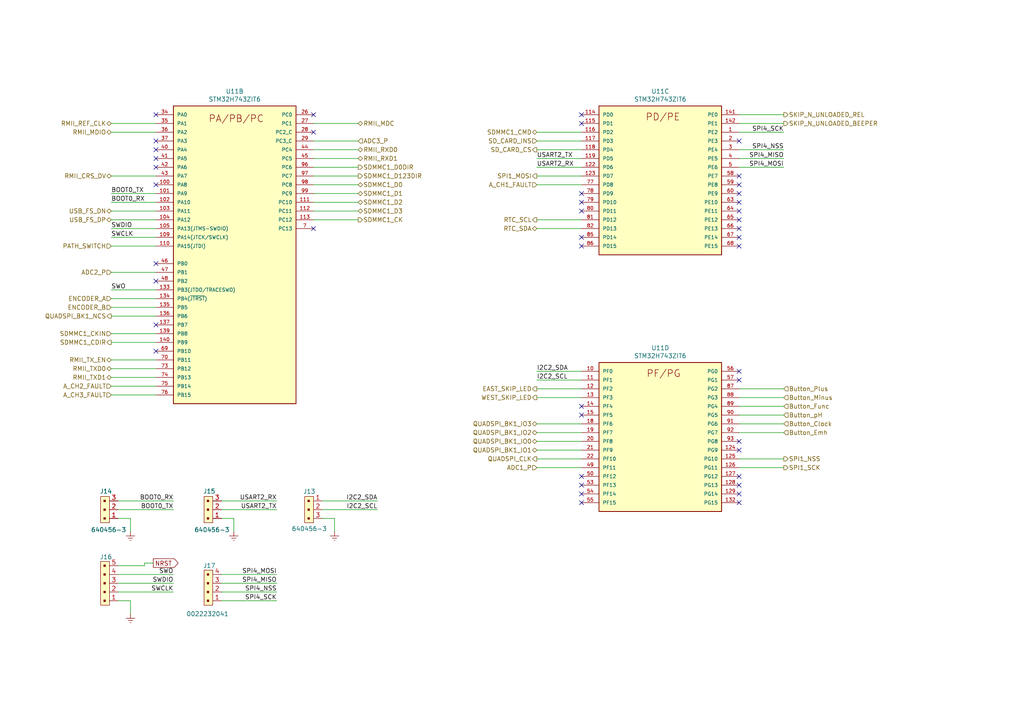
<source format=kicad_sch>
(kicad_sch (version 20211123) (generator eeschema)
  (paper "A4")
  (title_block (title "ШВУ") (date "2021-03-25") (rev "V0.3") (company "ЦВЕТМЕТНАЛАДКА") (comment 1 "Шустов В.И."))
  (lib_symbols
    (symbol "SVIELCOM_Library:STM32H743ZIT6" (pin_names (offset 1.016))
      (property "Reference" "U" (at -15.24 39.37 0))
      (property "Value" "SVIELCOM_Library_STM32H743ZIT6" (at -11.43 39.37 0))
      (symbol "STM32H743ZIT6_1_0"
        (rectangle (start -17.78 -19.05) (end 17.78 38.1) (stroke (width 0.254)) (fill (type background)))
        (pin input line (at 22.86 24.13 180) (length 5.08) (name "VCAP") (number "106"))
        (pin power_in line (at -22.86 -1.27 0) (length 5.08) (name "VSS") (number "107"))
        (pin power_in line (at -22.86 26.67 0) (length 5.08) (name "VDD") (number "108"))
        (pin power_in line (at -22.86 1.27 0) (length 5.08) (name "VSS") (number "120"))
        (pin power_in line (at -22.86 29.21 0) (length 5.08) (name "VDD") (number "121"))
        (pin power_in line (at -22.86 3.81 0) (length 5.08) (name "VSS") (number "130"))
        (pin power_in line (at -22.86 31.75 0) (length 5.08) (name "VDD") (number "131"))
        (pin input line (at 22.86 -13.97 180) (length 5.08) (name "BOOT0") (number "138"))
        (pin input line (at 22.86 -16.51 180) (length 5.08) (name "PDR_ON") (number "143"))
        (pin power_in line (at -22.86 34.29 0) (length 5.08) (name "VDD") (number "144"))
        (pin power_in line (at -22.86 -16.51 0) (length 5.08) (name "VSS") (number "16"))
        (pin power_in line (at -22.86 8.89 0) (length 5.08) (name "VDD") (number "17"))
        (pin bidirectional line (at 22.86 6.35 180) (length 5.08) (name "PH0/OSC_IN") (number "23"))
        (pin bidirectional line (at 22.86 3.81 180) (length 5.08) (name "PH1/OSC_OUT") (number "24"))
        (pin bidirectional line (at 22.86 -8.89 180) (length 5.08) (name "~{NRST}") (number "25"))
        (pin power_in line (at -22.86 11.43 0) (length 5.08) (name "VDD") (number "30"))
        (pin power_in line (at 22.86 29.21 180) (length 5.08) (name "VSSA") (number "31"))
        (pin power_in line (at 22.86 12.7 180) (length 5.08) (name "VREF+/WrefbufOUT") (number "32"))
        (pin power_in line (at 22.86 31.75 180) (length 5.08) (name "VDDA") (number "33"))
        (pin power_in line (at -22.86 -13.97 0) (length 5.08) (name "VSS") (number "38"))
        (pin power_in line (at -22.86 13.97 0) (length 5.08) (name "VDD") (number "39"))
        (pin power_in line (at -22.86 -11.43 0) (length 5.08) (name "VSS") (number "51"))
        (pin power_in line (at -22.86 16.51 0) (length 5.08) (name "VDD") (number "52"))
        (pin power_in line (at 22.86 34.29 180) (length 5.08) (name "VBAT") (number "6"))
        (pin power_in line (at -22.86 -8.89 0) (length 5.08) (name "VSS") (number "61"))
        (pin power_in line (at -22.86 19.05 0) (length 5.08) (name "VDD") (number "62"))
        (pin input line (at 22.86 21.59 180) (length 5.08) (name "VCAP") (number "71"))
        (pin power_in line (at -22.86 21.59 0) (length 5.08) (name "VDD") (number "72"))
        (pin power_in line (at -22.86 -6.35 0) (length 5.08) (name "VSS") (number "83"))
        (pin power_in line (at -22.86 24.13 0) (length 5.08) (name "VDD") (number "84"))
        (pin power_in line (at -22.86 -3.81 0) (length 5.08) (name "VSS") (number "94"))
        (pin power_in line (at 22.86 15.24 180) (length 5.08) (name "VDD33USB") (number "95"))
      )
      (symbol "STM32H743ZIT6_1_1"
        (text "MCU_PRW/CLK" (at 0 35.56 0) (effects (font (size 2.0066 2.0066))))
        (pin bidirectional line (at 22.86 -1.27 180) (length 5.08) (name "PC14/OSC32_IN") (number "8"))
        (pin bidirectional line (at 22.86 -3.81 180) (length 5.08) (name "PC15/OSC32_OUT") (number "9"))
      )
      (symbol "STM32H743ZIT6_2_0"
        (rectangle (start -16.51 -48.26) (end 19.05 38.1) (stroke (width 0.254)) (fill (type background)))
        (pin bidirectional line (at 24.13 10.16 180) (length 5.08) (name "PC10") (number "111"))
        (pin bidirectional line (at 24.13 7.62 180) (length 5.08) (name "PC11") (number "112"))
        (pin bidirectional line (at 24.13 5.08 180) (length 5.08) (name "PC12") (number "113"))
        (pin bidirectional line (at -21.59 -15.24 0) (length 5.08) (name "PB3(JTDO/TRACESWO)") (number "133"))
        (pin bidirectional line (at -21.59 -17.78 0) (length 5.08) (name "PB4(~{JTRST})") (number "134"))
        (pin bidirectional line (at -21.59 -20.32 0) (length 5.08) (name "PB5") (number "135"))
        (pin bidirectional line (at -21.59 -22.86 0) (length 5.08) (name "PB6") (number "136"))
        (pin bidirectional line (at -21.59 -25.4 0) (length 5.08) (name "PB7") (number "137"))
        (pin bidirectional line (at -21.59 -27.94 0) (length 5.08) (name "PB8") (number "139"))
        (pin bidirectional line (at -21.59 -30.48 0) (length 5.08) (name "PB9") (number "140"))
        (pin bidirectional line (at 24.13 35.56 180) (length 5.08) (name "PC0") (number "26"))
        (pin bidirectional line (at 24.13 33.02 180) (length 5.08) (name "PC1") (number "27"))
        (pin bidirectional line (at 24.13 30.48 180) (length 5.08) (name "PC2_C") (number "28"))
        (pin bidirectional line (at 24.13 27.94 180) (length 5.08) (name "PC3_C") (number "29"))
        (pin bidirectional line (at 24.13 25.4 180) (length 5.08) (name "PC4") (number "44"))
        (pin bidirectional line (at 24.13 22.86 180) (length 5.08) (name "PC5") (number "45"))
        (pin bidirectional line (at -21.59 -7.62 0) (length 5.08) (name "PB0") (number "46"))
        (pin bidirectional line (at -21.59 -10.16 0) (length 5.08) (name "PB1") (number "47"))
        (pin bidirectional line (at -21.59 -12.7 0) (length 5.08) (name "PB2") (number "48"))
        (pin bidirectional line (at -21.59 -33.02 0) (length 5.08) (name "PB10") (number "69"))
        (pin bidirectional line (at 24.13 2.54 180) (length 5.08) (name "PC13") (number "7"))
        (pin bidirectional line (at -21.59 -35.56 0) (length 5.08) (name "PB11") (number "70"))
        (pin bidirectional line (at -21.59 -38.1 0) (length 5.08) (name "PB12") (number "73"))
        (pin bidirectional line (at -21.59 -40.64 0) (length 5.08) (name "PB13") (number "74"))
        (pin bidirectional line (at -21.59 -43.18 0) (length 5.08) (name "PB14") (number "75"))
        (pin bidirectional line (at -21.59 -45.72 0) (length 5.08) (name "PB15") (number "76"))
        (pin bidirectional line (at 24.13 20.32 180) (length 5.08) (name "PC6") (number "96"))
        (pin bidirectional line (at 24.13 17.78 180) (length 5.08) (name "PC7") (number "97"))
        (pin bidirectional line (at 24.13 15.24 180) (length 5.08) (name "PC8") (number "98"))
        (pin bidirectional line (at 24.13 12.7 180) (length 5.08) (name "PC9") (number "99"))
      )
      (symbol "STM32H743ZIT6_2_1"
        (text "PA/PB/PC" (at -6.35 33.274 0) (effects (font (size 2.0066 2.0066)) (justify left bottom)))
        (pin bidirectional line (at -21.59 15.24 0) (length 5.08) (name "PA8") (number "100"))
        (pin bidirectional line (at -21.59 12.7 0) (length 5.08) (name "PA9") (number "101"))
        (pin bidirectional line (at -21.59 10.16 0) (length 5.08) (name "PA10") (number "102"))
        (pin bidirectional line (at -21.59 7.62 0) (length 5.08) (name "PA11") (number "103"))
        (pin bidirectional line (at -21.59 5.08 0) (length 5.08) (name "PA12") (number "104"))
        (pin bidirectional line (at -21.59 2.54 0) (length 5.08) (name "PA13(JTMS-SWDIO)") (number "105"))
        (pin bidirectional line (at -21.59 0 0) (length 5.08) (name "PA14(JTCK/SWCLK)") (number "109"))
        (pin bidirectional line (at -21.59 -2.54 0) (length 5.08) (name "PA15(JTDI)") (number "110"))
        (pin bidirectional line (at -21.59 35.56 0) (length 5.08) (name "PA0") (number "34"))
        (pin bidirectional line (at -21.59 33.02 0) (length 5.08) (name "PA1") (number "35"))
        (pin bidirectional line (at -21.59 30.48 0) (length 5.08) (name "PA2") (number "36"))
        (pin bidirectional line (at -21.59 27.94 0) (length 5.08) (name "PA3") (number "37"))
        (pin bidirectional line (at -21.59 25.4 0) (length 5.08) (name "PA4") (number "40"))
        (pin bidirectional line (at -21.59 22.86 0) (length 5.08) (name "PA5") (number "41"))
        (pin bidirectional line (at -21.59 20.32 0) (length 5.08) (name "PA6") (number "42"))
        (pin bidirectional line (at -21.59 17.78 0) (length 5.08) (name "PA7") (number "43"))
      )
      (symbol "STM32H743ZIT6_3_0"
        (rectangle (start -17.78 -5.08) (end 17.78 38.1) (stroke (width 0.254)) (fill (type background)))
        (pin bidirectional line (at 22.86 30.48 180) (length 5.08) (name "PE2") (number "1"))
        (pin bidirectional line (at -22.86 35.56 0) (length 5.08) (name "PD0") (number "114"))
        (pin bidirectional line (at -22.86 33.02 0) (length 5.08) (name "PD1") (number "115"))
        (pin bidirectional line (at -22.86 30.48 0) (length 5.08) (name "PD2") (number "116"))
        (pin bidirectional line (at -22.86 27.94 0) (length 5.08) (name "PD3") (number "117"))
        (pin bidirectional line (at -22.86 25.4 0) (length 5.08) (name "PD4") (number "118"))
        (pin bidirectional line (at -22.86 22.86 0) (length 5.08) (name "PD5") (number "119"))
        (pin bidirectional line (at -22.86 20.32 0) (length 5.08) (name "PD6") (number "122"))
        (pin bidirectional line (at -22.86 17.78 0) (length 5.08) (name "PD7") (number "123"))
        (pin bidirectional line (at 22.86 35.56 180) (length 5.08) (name "PE0") (number "141"))
        (pin bidirectional line (at 22.86 33.02 180) (length 5.08) (name "PE1") (number "142"))
        (pin bidirectional line (at 22.86 27.94 180) (length 5.08) (name "PE3") (number "2"))
        (pin bidirectional line (at 22.86 25.4 180) (length 5.08) (name "PE4") (number "3"))
        (pin bidirectional line (at 22.86 22.86 180) (length 5.08) (name "PE5") (number "4"))
        (pin bidirectional line (at 22.86 20.32 180) (length 5.08) (name "PE6") (number "5"))
        (pin bidirectional line (at 22.86 17.78 180) (length 5.08) (name "PE7") (number "58"))
        (pin bidirectional line (at 22.86 15.24 180) (length 5.08) (name "PE8") (number "59"))
        (pin bidirectional line (at 22.86 12.7 180) (length 5.08) (name "PE9") (number "60"))
        (pin bidirectional line (at 22.86 10.16 180) (length 5.08) (name "PE10") (number "63"))
        (pin bidirectional line (at 22.86 7.62 180) (length 5.08) (name "PE11") (number "64"))
        (pin bidirectional line (at 22.86 5.08 180) (length 5.08) (name "PE12") (number "65"))
        (pin bidirectional line (at 22.86 2.54 180) (length 5.08) (name "PE13") (number "66"))
        (pin bidirectional line (at 22.86 0 180) (length 5.08) (name "PE14") (number "67"))
        (pin bidirectional line (at 22.86 -2.54 180) (length 5.08) (name "PE15") (number "68"))
        (pin bidirectional line (at -22.86 15.24 0) (length 5.08) (name "PD8") (number "77"))
        (pin bidirectional line (at -22.86 12.7 0) (length 5.08) (name "PD9") (number "78"))
        (pin bidirectional line (at -22.86 10.16 0) (length 5.08) (name "PD10") (number "79"))
        (pin bidirectional line (at -22.86 7.62 0) (length 5.08) (name "PD11") (number "80"))
        (pin bidirectional line (at -22.86 5.08 0) (length 5.08) (name "PD12") (number "81"))
        (pin bidirectional line (at -22.86 2.54 0) (length 5.08) (name "PD13") (number "82"))
        (pin bidirectional line (at -22.86 0 0) (length 5.08) (name "PD14") (number "85"))
        (pin bidirectional line (at -22.86 -2.54 0) (length 5.08) (name "PD15") (number "86"))
      )
      (symbol "STM32H743ZIT6_3_1"
        (text "PD/PE" (at -4.318 33.782 0) (effects (font (size 2.0066 2.0066)) (justify left bottom)))
      )
      (symbol "STM32H743ZIT6_4_0"
        (rectangle (start -17.78 -5.08) (end 17.78 38.1) (stroke (width 0.254)) (fill (type background)))
        (pin bidirectional line (at -22.86 35.56 0) (length 5.08) (name "PF0") (number "10"))
        (pin bidirectional line (at -22.86 33.02 0) (length 5.08) (name "PF1") (number "11"))
        (pin bidirectional line (at -22.86 30.48 0) (length 5.08) (name "PF2") (number "12"))
        (pin bidirectional line (at 22.86 12.7 180) (length 5.08) (name "PG9") (number "124"))
        (pin bidirectional line (at 22.86 10.16 180) (length 5.08) (name "PG10") (number "125"))
        (pin bidirectional line (at 22.86 7.62 180) (length 5.08) (name "PG11") (number "126"))
        (pin bidirectional line (at 22.86 5.08 180) (length 5.08) (name "PG12") (number "127"))
        (pin bidirectional line (at 22.86 2.54 180) (length 5.08) (name "PG13") (number "128"))
        (pin bidirectional line (at 22.86 0 180) (length 5.08) (name "PG14") (number "129"))
        (pin bidirectional line (at -22.86 27.94 0) (length 5.08) (name "PF3") (number "13"))
        (pin bidirectional line (at 22.86 -2.54 180) (length 5.08) (name "PG15") (number "132"))
        (pin bidirectional line (at -22.86 25.4 0) (length 5.08) (name "PF4") (number "14"))
        (pin bidirectional line (at -22.86 22.86 0) (length 5.08) (name "PF5") (number "15"))
        (pin bidirectional line (at -22.86 20.32 0) (length 5.08) (name "PF6") (number "18"))
        (pin bidirectional line (at -22.86 17.78 0) (length 5.08) (name "PF7") (number "19"))
        (pin bidirectional line (at -22.86 15.24 0) (length 5.08) (name "PF8") (number "20"))
        (pin bidirectional line (at -22.86 12.7 0) (length 5.08) (name "PF9") (number "21"))
        (pin bidirectional line (at -22.86 10.16 0) (length 5.08) (name "PF10") (number "22"))
        (pin bidirectional line (at -22.86 7.62 0) (length 5.08) (name "PF11") (number "49"))
        (pin bidirectional line (at -22.86 5.08 0) (length 5.08) (name "PF12") (number "50"))
        (pin bidirectional line (at -22.86 2.54 0) (length 5.08) (name "PF13") (number "53"))
        (pin bidirectional line (at -22.86 0 0) (length 5.08) (name "PF14") (number "54"))
        (pin bidirectional line (at -22.86 -2.54 0) (length 5.08) (name "PF15") (number "55"))
        (pin bidirectional line (at 22.86 35.56 180) (length 5.08) (name "PG0") (number "56"))
        (pin bidirectional line (at 22.86 33.02 180) (length 5.08) (name "PG1") (number "57"))
        (pin bidirectional line (at 22.86 30.48 180) (length 5.08) (name "PG2") (number "87"))
        (pin bidirectional line (at 22.86 27.94 180) (length 5.08) (name "PG3") (number "88"))
        (pin bidirectional line (at 22.86 25.4 180) (length 5.08) (name "PG4") (number "89"))
        (pin bidirectional line (at 22.86 22.86 180) (length 5.08) (name "PG5") (number "90"))
        (pin bidirectional line (at 22.86 20.32 180) (length 5.08) (name "PG6") (number "91"))
        (pin bidirectional line (at 22.86 17.78 180) (length 5.08) (name "PG7") (number "92"))
        (pin bidirectional line (at 22.86 15.24 180) (length 5.08) (name "PG8") (number "93"))
      )
      (symbol "STM32H743ZIT6_4_1"
        (text "PF/PG" (at -4.064 33.782 0) (effects (font (size 2.0066 2.0066)) (justify left bottom)))
      )
    )
    (symbol "dk_Rectangular-Connectors-Headers-Male-Pins:0022232041" (pin_names (offset 1.016))
      (property "Reference" "J" (at -2.54 1.27 0))
      (property "Value" "0022232041" (at 3.81 -3.81 0))
      (symbol "0022232041_1_1"
        (rectangle (start -1.27 0) (end 8.89 -2.54) (fill (type background)))
        (rectangle (start -0.254 -1.143) (end 0.254 -1.651) (fill (type outline)))
        (rectangle (start 2.286 -1.143) (end 2.794 -1.651) (fill (type outline)))
        (rectangle (start 4.826 -1.143) (end 5.334 -1.651) (fill (type outline)))
        (rectangle (start 7.366 -1.143) (end 7.874 -1.651) (fill (type outline)))
        (pin passive line (at 0 2.54 270) (length 2.54) (name "~") (number "1"))
        (pin passive line (at 2.54 2.54 270) (length 2.54) (name "~") (number "2"))
        (pin passive line (at 5.08 2.54 270) (length 2.54) (name "~") (number "3"))
        (pin passive line (at 7.62 2.54 270) (length 2.54) (name "~") (number "4"))
      )
    )
    (symbol "dk_Rectangular-Connectors-Headers-Male-Pins:640456-3" (pin_names (offset 1.016))
      (property "Reference" "J" (at -2.54 1.27 0))
      (property "Value" "640456-3" (at 2.54 -3.81 0))
      (symbol "640456-3_1_1"
        (rectangle (start -1.27 0) (end 6.35 -2.54) (fill (type background)))
        (rectangle (start -0.254 -1.143) (end 0.254 -1.651) (fill (type outline)))
        (rectangle (start 2.286 -1.143) (end 2.794 -1.651) (fill (type outline)))
        (rectangle (start 4.826 -1.143) (end 5.334 -1.651) (fill (type outline)))
        (pin passive line (at 0 2.54 270) (length 2.54) (name "~") (number "1"))
        (pin passive line (at 2.54 2.54 270) (length 2.54) (name "~") (number "2"))
        (pin passive line (at 5.08 2.54 270) (length 2.54) (name "~") (number "3"))
      )
    )
    (symbol "dk_Rectangular-Connectors-Headers-Male-Pins:B5B-XH-A_LF__SN_" (pin_names (offset 1.016))
      (property "Reference" "J" (at -2.54 -1.27 0))
      (property "Value" "B5B-XH-A_LF__SN_" (at 5.08 -3.81 0))
      (symbol "B5B-XH-A_LF__SN__1_1"
        (rectangle (start -1.27 0) (end 11.43 -2.54) (fill (type background)))
        (rectangle (start -0.254 -1.143) (end 0.254 -1.651) (fill (type outline)))
        (rectangle (start 2.286 -1.143) (end 2.794 -1.651) (fill (type outline)))
        (rectangle (start 4.826 -1.143) (end 5.334 -1.651) (fill (type outline)))
        (rectangle (start 7.366 -1.143) (end 7.874 -1.651) (fill (type outline)))
        (rectangle (start 9.906 -1.143) (end 10.414 -1.651) (fill (type outline)))
        (pin passive line (at 0 2.54 270) (length 2.54) (name "~") (number "1"))
        (pin passive line (at 2.54 2.54 270) (length 2.54) (name "~") (number "2"))
        (pin passive line (at 5.08 2.54 270) (length 2.54) (name "~") (number "3"))
        (pin passive line (at 7.62 2.54 270) (length 2.54) (name "~") (number "4"))
        (pin passive line (at 10.16 2.54 270) (length 2.54) (name "~") (number "5"))
      )
    )
    (symbol "power:GNDREF" (power) (pin_names (offset 0))
      (property "Value" "GNDREF" (at 0 -3.81 0))
      (symbol "GNDREF_0_1"
        (polyline (pts (xy -0.635 -1.905) (xy 0.635 -1.905)))
        (polyline (pts (xy -0.127 -2.54) (xy 0.127 -2.54)))
        (polyline (pts (xy 0 -1.27) (xy 0 0)))
        (polyline (pts (xy 1.27 -1.27) (xy -1.27 -1.27)))
      )
      (symbol "GNDREF_1_1"
        (pin power_in line (at 0 0 270) (length 0) hide (name "GNDREF") (number "1"))
      )
    )
  )
  (no_connect (at 168.656 143.256))
  (no_connect (at 214.376 56.134))
  (no_connect (at 214.376 140.716))
  (no_connect (at 45.212 40.894))
  (no_connect (at 168.656 117.856))
  (no_connect (at 45.212 48.514))
  (no_connect (at 214.376 145.796))
  (no_connect (at 45.212 43.434))
  (no_connect (at 214.376 63.754))
  (no_connect (at 214.376 68.834))
  (no_connect (at 214.376 138.176))
  (no_connect (at 45.212 45.974))
  (no_connect (at 90.932 38.354))
  (no_connect (at 168.656 68.834))
  (no_connect (at 168.656 33.274))
  (no_connect (at 214.376 61.214))
  (no_connect (at 214.376 128.016))
  (no_connect (at 214.376 58.674))
  (no_connect (at 45.212 94.234))
  (no_connect (at 168.656 71.374))
  (no_connect (at 214.376 51.054))
  (no_connect (at 214.376 110.236))
  (no_connect (at 168.656 56.134))
  (no_connect (at 214.376 71.374))
  (no_connect (at 45.212 33.274))
  (no_connect (at 214.376 53.594))
  (no_connect (at 214.376 66.294))
  (no_connect (at 45.212 81.534))
  (no_connect (at 168.656 140.716))
  (no_connect (at 90.932 33.274))
  (no_connect (at 214.376 130.556))
  (no_connect (at 45.212 76.454))
  (no_connect (at 168.656 61.214))
  (no_connect (at 45.212 53.594))
  (no_connect (at 45.212 101.854))
  (no_connect (at 168.656 120.396))
  (no_connect (at 168.656 145.796))
  (no_connect (at 168.656 138.176))
  (no_connect (at 214.376 143.256))
  (no_connect (at 168.656 35.814))
  (no_connect (at 90.932 66.294))
  (no_connect (at 168.656 58.674))
  (no_connect (at 214.376 40.894))
  (no_connect (at 214.376 107.696))
  (wire (pts (xy 155.702 125.476) (xy 168.656 125.476)))
  (wire (pts (xy 155.702 66.294) (xy 168.656 66.294)))
  (wire (pts (xy 32.258 58.674) (xy 45.212 58.674)))
  (wire (pts (xy 64.262 145.288) (xy 80.264 145.288)))
  (wire (pts (xy 64.262 169.164) (xy 80.264 169.164)))
  (wire (pts (xy 32.258 56.134) (xy 45.212 56.134)))
  (wire (pts (xy 155.702 45.974) (xy 168.656 45.974)))
  (wire (pts (xy 155.702 130.556) (xy 168.656 130.556)))
  (wire (pts (xy 34.29 171.704) (xy 50.292 171.704)))
  (wire (pts (xy 32.258 96.774) (xy 45.212 96.774)))
  (wire (pts (xy 155.702 63.754) (xy 168.656 63.754)))
  (wire (pts (xy 32.258 106.934) (xy 45.212 106.934)))
  (wire (pts (xy 168.656 115.316) (xy 155.702 115.316)))
  (wire (pts (xy 32.258 35.814) (xy 45.212 35.814)))
  (wire (pts (xy 32.258 63.754) (xy 45.212 63.754)))
  (wire (pts (xy 32.258 112.014) (xy 45.212 112.014)))
  (wire (pts (xy 45.212 89.154) (xy 32.258 89.154)))
  (wire (pts (xy 90.932 48.514) (xy 103.886 48.514)))
  (wire (pts (xy 155.702 48.514) (xy 168.656 48.514)))
  (wire (pts (xy 227.33 38.354) (xy 214.376 38.354)))
  (wire (pts (xy 214.376 117.856) (xy 227.33 117.856)))
  (wire (pts (xy 214.376 112.776) (xy 227.33 112.776)))
  (wire (pts (xy 90.932 43.434) (xy 103.886 43.434)))
  (wire (pts (xy 227.33 43.434) (xy 214.376 43.434)))
  (wire (pts (xy 34.29 169.164) (xy 50.292 169.164)))
  (wire (pts (xy 93.472 145.288) (xy 109.474 145.288)))
  (wire (pts (xy 90.932 56.134) (xy 103.886 56.134)))
  (wire (pts (xy 214.376 115.316) (xy 227.33 115.316)))
  (wire (pts (xy 155.702 40.894) (xy 168.656 40.894)))
  (wire (pts (xy 155.702 135.636) (xy 168.656 135.636)))
  (wire (pts (xy 32.258 84.074) (xy 45.212 84.074)))
  (wire (pts (xy 32.258 66.294) (xy 45.212 66.294)))
  (wire (pts (xy 37.846 174.244) (xy 37.846 178.054)))
  (wire (pts (xy 214.376 125.476) (xy 227.33 125.476)))
  (wire (pts (xy 34.29 164.084) (xy 41.91 164.084)))
  (wire (pts (xy 32.258 91.694) (xy 45.212 91.694)))
  (wire (pts (xy 64.262 150.368) (xy 67.818 150.368)))
  (wire (pts (xy 90.932 63.754) (xy 103.886 63.754)))
  (wire (pts (xy 32.258 51.054) (xy 45.212 51.054)))
  (wire (pts (xy 214.376 122.936) (xy 227.33 122.936)))
  (wire (pts (xy 32.258 38.354) (xy 45.212 38.354)))
  (wire (pts (xy 93.472 150.368) (xy 97.028 150.368)))
  (wire (pts (xy 155.702 133.096) (xy 168.656 133.096)))
  (wire (pts (xy 227.33 33.274) (xy 214.376 33.274)))
  (wire (pts (xy 214.376 133.096) (xy 227.33 133.096)))
  (wire (pts (xy 34.29 166.624) (xy 50.292 166.624)))
  (wire (pts (xy 64.262 174.244) (xy 80.264 174.244)))
  (wire (pts (xy 34.29 145.288) (xy 50.292 145.288)))
  (wire (pts (xy 32.258 114.554) (xy 45.212 114.554)))
  (wire (pts (xy 37.846 150.368) (xy 37.846 154.178)))
  (wire (pts (xy 155.702 110.236) (xy 168.656 110.236)))
  (wire (pts (xy 90.932 40.894) (xy 103.886 40.894)))
  (wire (pts (xy 64.262 147.828) (xy 80.264 147.828)))
  (wire (pts (xy 93.472 147.828) (xy 109.474 147.828)))
  (wire (pts (xy 90.932 53.594) (xy 103.886 53.594)))
  (wire (pts (xy 155.702 122.936) (xy 168.656 122.936)))
  (wire (pts (xy 32.258 68.834) (xy 45.212 68.834)))
  (wire (pts (xy 32.258 104.394) (xy 45.212 104.394)))
  (wire (pts (xy 45.212 109.474) (xy 32.258 109.474)))
  (wire (pts (xy 90.932 58.674) (xy 103.886 58.674)))
  (wire (pts (xy 227.33 48.514) (xy 214.376 48.514)))
  (wire (pts (xy 155.702 53.594) (xy 168.656 53.594)))
  (wire (pts (xy 32.258 99.314) (xy 45.212 99.314)))
  (wire (pts (xy 64.262 171.704) (xy 80.264 171.704)))
  (wire (pts (xy 168.656 38.354) (xy 155.702 38.354)))
  (wire (pts (xy 90.932 35.814) (xy 103.886 35.814)))
  (wire (pts (xy 41.91 163.322) (xy 44.45 163.322)))
  (wire (pts (xy 227.33 45.974) (xy 214.376 45.974)))
  (wire (pts (xy 67.818 150.368) (xy 67.818 154.178)))
  (wire (pts (xy 90.932 61.214) (xy 103.886 61.214)))
  (wire (pts (xy 214.376 35.814) (xy 227.33 35.814)))
  (wire (pts (xy 64.262 166.624) (xy 80.264 166.624)))
  (wire (pts (xy 32.258 86.614) (xy 45.212 86.614)))
  (wire (pts (xy 32.258 78.994) (xy 45.212 78.994)))
  (wire (pts (xy 214.376 120.396) (xy 227.33 120.396)))
  (wire (pts (xy 90.932 45.974) (xy 103.886 45.974)))
  (wire (pts (xy 90.932 51.054) (xy 103.886 51.054)))
  (wire (pts (xy 155.702 51.054) (xy 168.656 51.054)))
  (wire (pts (xy 214.376 135.636) (xy 227.33 135.636)))
  (wire (pts (xy 34.29 174.244) (xy 37.846 174.244)))
  (wire (pts (xy 41.91 164.084) (xy 41.91 163.322)))
  (wire (pts (xy 168.656 112.776) (xy 155.702 112.776)))
  (wire (pts (xy 32.258 61.214) (xy 45.212 61.214)))
  (wire (pts (xy 155.702 128.016) (xy 168.656 128.016)))
  (wire (pts (xy 34.29 147.828) (xy 50.292 147.828)))
  (wire (pts (xy 97.028 150.368) (xy 97.028 154.178)))
  (wire (pts (xy 155.702 107.696) (xy 168.656 107.696)))
  (wire (pts (xy 34.29 150.368) (xy 37.846 150.368)))
  (wire (pts (xy 32.258 71.374) (xy 45.212 71.374)))
  (wire (pts (xy 168.656 43.434) (xy 155.702 43.434)))
  (label "SPI4_SCK" (at 227.33 38.354 180))
  (label "SPI4_SCK" (at 80.264 174.244 180))
  (label "USART2_TX" (at 80.264 147.828 180))
  (label "BOOT0_RX" (at 32.258 58.674 0))
  (label "USART2_TX" (at 155.702 45.974 0))
  (label "SPI4_NSS" (at 227.33 43.434 180))
  (label "BOOT0_TX" (at 32.258 56.134 0))
  (label "SPI4_MISO" (at 80.264 169.164 180))
  (label "SWDIO" (at 32.258 66.294 0))
  (label "SWCLK" (at 50.292 171.704 180))
  (label "BOOT0_TX" (at 50.292 147.828 180))
  (label "BOOT0_RX" (at 50.292 145.288 180))
  (label "I2C2_SDA" (at 155.702 107.696 0))
  (label "SPI4_NSS" (at 80.264 171.704 180))
  (label "SPI4_MOSI" (at 80.264 166.624 180))
  (label "SWO" (at 32.258 84.074 0))
  (label "I2C2_SCL" (at 155.702 110.236 0))
  (label "USART2_RX" (at 80.264 145.288 180))
  (label "SWCLK" (at 32.258 68.834 0))
  (label "USART2_RX" (at 155.702 48.514 0))
  (label "SWO" (at 50.292 166.624 180))
  (label "I2C2_SDA" (at 109.474 145.288 180))
  (label "I2C2_SCL" (at 109.474 147.828 180))
  (label "SPI4_MISO" (at 227.33 45.974 180))
  (label "SPI4_MOSI" (at 227.33 48.514 180))
  (label "SWDIO" (at 50.292 169.164 180))
  (global_label "NRST" (shape output) (at 44.45 163.322 0) (property "Intersheet References" "${INTERSHEET_REFS}" (effects hide)))
  (hierarchical_label "Button_pH" (shape input) (at 227.33 120.396 0))
  (hierarchical_label "Button_Emh" (shape input) (at 227.33 125.476 0))
  (hierarchical_label "SDMMC1_D2" (shape bidirectional) (at 103.886 58.674 0))
  (hierarchical_label "RMII_MDIO" (shape bidirectional) (at 32.258 38.354 180))
  (hierarchical_label "RMII_REF_CLK" (shape bidirectional) (at 32.258 35.814 180))
  (hierarchical_label "RTC_SCL" (shape output) (at 155.702 63.754 180))
  (hierarchical_label "EAST_SKIP_LED" (shape output) (at 155.702 112.776 180))
  (hierarchical_label "A_CH1_FAULT" (shape input) (at 155.702 53.594 180))
  (hierarchical_label "SPI1_SCK" (shape output) (at 227.33 135.636 0))
  (hierarchical_label "ADC3_P" (shape input) (at 103.886 40.894 0))
  (hierarchical_label "SDMMC1_CMD" (shape bidirectional) (at 155.702 38.354 180))
  (hierarchical_label "A_CH3_FAULT" (shape input) (at 32.258 114.554 180))
  (hierarchical_label "RMII_RXD1" (shape bidirectional) (at 103.886 45.974 0))
  (hierarchical_label "RMII_MDC" (shape bidirectional) (at 103.886 35.814 0))
  (hierarchical_label "ENCODER_A" (shape input) (at 32.258 86.614 180))
  (hierarchical_label "RMII_CRS_DV" (shape bidirectional) (at 32.258 51.054 180))
  (hierarchical_label "SPI1_NSS" (shape output) (at 227.33 133.096 0))
  (hierarchical_label "PATH_SWITCH" (shape input) (at 32.258 71.374 180))
  (hierarchical_label "SDMMC1_CK" (shape output) (at 103.886 63.754 0))
  (hierarchical_label "Button_Minus" (shape input) (at 227.33 115.316 0))
  (hierarchical_label "RMII_TXD0" (shape bidirectional) (at 32.258 106.934 180))
  (hierarchical_label "QUADSPI_CLK" (shape output) (at 155.702 133.096 180))
  (hierarchical_label "USB_FS_DP" (shape bidirectional) (at 32.258 63.754 180))
  (hierarchical_label "Button_Func" (shape input) (at 227.33 117.856 0))
  (hierarchical_label "SDMMC1_D123DIR" (shape output) (at 103.886 51.054 0))
  (hierarchical_label "Button_Clock" (shape input) (at 227.33 122.936 0))
  (hierarchical_label "RTC_SDA" (shape bidirectional) (at 155.702 66.294 180))
  (hierarchical_label "SKIP_N_UNLOADED_REL" (shape output) (at 227.33 33.274 0))
  (hierarchical_label "SDMMC1_CDIR" (shape output) (at 32.258 99.314 180))
  (hierarchical_label "SKIP_N_UNLOADED_BEEPER" (shape output) (at 227.33 35.814 0))
  (hierarchical_label "QUADSPI_BK1_IO3" (shape bidirectional) (at 155.702 122.936 180))
  (hierarchical_label "SDMMC1_D1" (shape bidirectional) (at 103.886 56.134 0))
  (hierarchical_label "SDMMC1_D0DIR" (shape output) (at 103.886 48.514 0))
  (hierarchical_label "ENCODER_B" (shape input) (at 32.258 89.154 180))
  (hierarchical_label "ADC1_P" (shape input) (at 155.702 135.636 180))
  (hierarchical_label "RMII_TX_EN" (shape bidirectional) (at 32.258 104.394 180))
  (hierarchical_label "QUADSPI_BK1_IO2" (shape bidirectional) (at 155.702 125.476 180))
  (hierarchical_label "QUADSPI_BK1_IO0" (shape bidirectional) (at 155.702 128.016 180))
  (hierarchical_label "SDMMC1_CKIN" (shape input) (at 32.258 96.774 180))
  (hierarchical_label "WEST_SKIP_LED" (shape output) (at 155.702 115.316 180))
  (hierarchical_label "SD_CARD_CS" (shape output) (at 155.702 43.434 180))
  (hierarchical_label "A_CH2_FAULT" (shape input) (at 32.258 112.014 180))
  (hierarchical_label "SDMMC1_D0" (shape bidirectional) (at 103.886 53.594 0))
  (hierarchical_label "RMII_RXD0" (shape bidirectional) (at 103.886 43.434 0))
  (hierarchical_label "SDMMC1_D3" (shape bidirectional) (at 103.886 61.214 0))
  (hierarchical_label "SD_CARD_INS" (shape input) (at 155.702 40.894 180))
  (hierarchical_label "QUADSPI_BK1_IO1" (shape bidirectional) (at 155.702 130.556 180))
  (hierarchical_label "USB_FS_DN" (shape bidirectional) (at 32.258 61.214 180))
  (hierarchical_label "ADC2_P" (shape input) (at 32.258 78.994 180))
  (hierarchical_label "QUADSPI_BK1_NCS" (shape output) (at 32.258 91.694 180))
  (hierarchical_label "RMII_TXD1" (shape bidirectional) (at 32.258 109.474 180))
  (hierarchical_label "Button_Plus" (shape input) (at 227.33 112.776 0))
  (hierarchical_label "SPI1_MOSI" (shape output) (at 155.702 51.054 180))
  (symbol (lib_id "dk_Rectangular-Connectors-Headers-Male-Pins:B5B-XH-A_LF__SN_") (at 31.75 174.244 270) (mirror x) (unit 1)
    (property "Reference" "J16" (at 30.734 161.544 90))
    (property "Value" "B5B-XH-A_LF__SN_" (effects hide))
    (property "Footprint" "Connector_PinHeader_2.54mm:PinHeader_1x05_P2.54mm_Vertical" (effects hide))
    (property "Datasheet" "http://www.jst-mfg.com/product/pdf/eng/eXH.pdf" (effects hide))
    (property "Digi-Key_PN" "455-2270-ND" (effects hide))
    (property "MPN" "B5B-XH-A(LF)(SN)" (effects hide))
    (property "Category" "Connectors, Interconnects" (effects hide))
    (property "Family" "Rectangular Connectors - Headers, Male Pins" (effects hide))
    (property "DK_Datasheet_Link" "http://www.jst-mfg.com/product/pdf/eng/eXH.pdf" (effects hide))
    (property "DK_Detail_Page" "/product-detail/en/jst-sales-america-inc/B5B-XH-A(LF)(SN)/455-2270-ND/1530483" (effects hide))
    (property "Description" "CONN HEADER VERT 5POS 2.5MM" (effects hide))
    (property "Manufacturer" "JST Sales America Inc." (effects hide))
    (property "Status" "Active" (effects hide))
  )
  (symbol (lib_id "SVIELCOM_Library:STM32H743ZIT6") (at 66.802 68.834 0) (unit 2)
    (property "Reference" "U11" (at 68.072 26.4922 0))
    (property "Value" "STM32H743ZIT6" (at 68.072 28.8036 0))
    (property "Footprint" "SVIELCOM:QFP50P2200X2200X160-144N" (effects hide))
    (property "MANUFACTURER" "STMicroelectronics" (effects hide))
    (property "PARTREV" "7" (effects hide))
    (property "MAXIMUM_PACKAGE_HEIGHT" "1.6 mm" (effects hide))
    (property "STANDARD" "IPC-7351B" (effects hide))
  )
  (symbol (lib_id "dk_Rectangular-Connectors-Headers-Male-Pins:640456-3") (at 90.932 145.288 270) (unit 1)
    (property "Reference" "J13" (at 89.7128 142.5448 90))
    (property "Value" "640456-3" (at 89.7128 153.3652 90))
    (property "Footprint" "Connector_PinHeader_2.54mm:PinHeader_1x03_P2.54mm_Vertical" (effects hide))
    (property "Datasheet" "https://www.te.com/commerce/DocumentDelivery/DDEController?Action=srchrtrv&DocNm=640456&DocType=Customer+Drawing&DocLang=English" (effects hide))
    (property "Digi-Key_PN" "A19470-ND" (effects hide))
    (property "MPN" "640456-3" (effects hide))
    (property "Category" "Connectors, Interconnects" (effects hide))
    (property "Family" "Rectangular Connectors - Headers, Male Pins" (effects hide))
    (property "DK_Datasheet_Link" "https://www.te.com/commerce/DocumentDelivery/DDEController?Action=srchrtrv&DocNm=640456&DocType=Customer+Drawing&DocLang=English" (effects hide))
    (property "DK_Detail_Page" "/product-detail/en/te-connectivity-amp-connectors/640456-3/A19470-ND/259010" (effects hide))
    (property "Description" "CONN HEADER VERT 3POS 2.54MM" (effects hide))
    (property "Manufacturer" "TE Connectivity AMP Connectors" (effects hide))
    (property "Status" "Active" (effects hide))
  )
  (symbol (lib_id "power:GNDREF") (at 97.028 154.178 0) (unit 1)
    (property "Reference" "#PWR0108" (effects hide))
    (property "Value" "GNDREF" (effects hide))
  )
  (symbol (lib_id "SVIELCOM_Library:STM32H743ZIT6") (at 191.516 68.834 0) (unit 3)
    (property "Reference" "U11" (at 191.516 26.4922 0))
    (property "Value" "STM32H743ZIT6" (at 191.516 28.8036 0))
    (property "Footprint" "SVIELCOM:QFP50P2200X2200X160-144N" (effects hide))
    (property "MANUFACTURER" "STMicroelectronics" (effects hide))
    (property "PARTREV" "7" (effects hide))
    (property "MAXIMUM_PACKAGE_HEIGHT" "1.6 mm" (effects hide))
    (property "STANDARD" "IPC-7351B" (effects hide))
  )
  (symbol (lib_id "SVIELCOM_Library:STM32H743ZIT6") (at 191.516 143.256 0) (unit 4)
    (property "Reference" "U11" (at 191.516 100.9142 0))
    (property "Value" "STM32H743ZIT6" (at 191.516 103.2256 0))
    (property "Footprint" "SVIELCOM:QFP50P2200X2200X160-144N" (effects hide))
    (property "MANUFACTURER" "STMicroelectronics" (effects hide))
    (property "PARTREV" "7" (effects hide))
    (property "MAXIMUM_PACKAGE_HEIGHT" "1.6 mm" (effects hide))
    (property "STANDARD" "IPC-7351B" (effects hide))
  )
  (symbol (lib_id "power:GNDREF") (at 37.846 178.054 0) (unit 1)
    (property "Reference" "#PWR0125" (effects hide))
    (property "Value" "GNDREF" (effects hide))
  )
  (symbol (lib_id "dk_Rectangular-Connectors-Headers-Male-Pins:640456-3") (at 31.75 150.368 270) (mirror x) (unit 1)
    (property "Reference" "J14" (at 30.734 142.494 90))
    (property "Value" "640456-3" (at 31.496 153.67 90))
    (property "Footprint" "Connector_PinHeader_2.54mm:PinHeader_1x03_P2.54mm_Vertical" (effects hide))
    (property "Datasheet" "https://www.te.com/commerce/DocumentDelivery/DDEController?Action=srchrtrv&DocNm=640456&DocType=Customer+Drawing&DocLang=English" (effects hide))
    (property "Digi-Key_PN" "A19470-ND" (effects hide))
    (property "MPN" "640456-3" (effects hide))
    (property "Category" "Connectors, Interconnects" (effects hide))
    (property "Family" "Rectangular Connectors - Headers, Male Pins" (effects hide))
    (property "DK_Datasheet_Link" "https://www.te.com/commerce/DocumentDelivery/DDEController?Action=srchrtrv&DocNm=640456&DocType=Customer+Drawing&DocLang=English" (effects hide))
    (property "DK_Detail_Page" "/product-detail/en/te-connectivity-amp-connectors/640456-3/A19470-ND/259010" (effects hide))
    (property "Description" "CONN HEADER VERT 3POS 2.54MM" (effects hide))
    (property "Manufacturer" "TE Connectivity AMP Connectors" (effects hide))
    (property "Status" "Active" (effects hide))
  )
  (symbol (lib_id "power:GNDREF") (at 37.846 154.178 0) (unit 1)
    (property "Reference" "#PWR0123" (effects hide))
    (property "Value" "GNDREF" (effects hide))
  )
  (symbol (lib_id "dk_Rectangular-Connectors-Headers-Male-Pins:640456-3") (at 61.722 150.368 270) (mirror x) (unit 1)
    (property "Reference" "J15" (at 60.706 142.494 90))
    (property "Value" "640456-3" (at 61.468 153.67 90))
    (property "Footprint" "Connector_PinHeader_2.54mm:PinHeader_1x03_P2.54mm_Vertical" (effects hide))
    (property "Datasheet" "https://www.te.com/commerce/DocumentDelivery/DDEController?Action=srchrtrv&DocNm=640456&DocType=Customer+Drawing&DocLang=English" (effects hide))
    (property "Digi-Key_PN" "A19470-ND" (effects hide))
    (property "MPN" "640456-3" (effects hide))
    (property "Category" "Connectors, Interconnects" (effects hide))
    (property "Family" "Rectangular Connectors - Headers, Male Pins" (effects hide))
    (property "DK_Datasheet_Link" "https://www.te.com/commerce/DocumentDelivery/DDEController?Action=srchrtrv&DocNm=640456&DocType=Customer+Drawing&DocLang=English" (effects hide))
    (property "DK_Detail_Page" "/product-detail/en/te-connectivity-amp-connectors/640456-3/A19470-ND/259010" (effects hide))
    (property "Description" "CONN HEADER VERT 3POS 2.54MM" (effects hide))
    (property "Manufacturer" "TE Connectivity AMP Connectors" (effects hide))
    (property "Status" "Active" (effects hide))
  )
  (symbol (lib_id "power:GNDREF") (at 67.818 154.178 0) (unit 1)
    (property "Reference" "#PWR0124" (effects hide))
    (property "Value" "GNDREF" (effects hide))
  )
  (symbol (lib_id "dk_Rectangular-Connectors-Headers-Male-Pins:0022232041") (at 61.722 174.244 270) (mirror x) (unit 1)
    (property "Reference" "J17" (at 60.706 164.084 90))
    (property "Value" "0022232041" (at 60.198 178.054 90))
    (property "Footprint" "Connector_PinHeader_2.54mm:PinHeader_1x04_P2.54mm_Vertical" (effects hide))
    (property "Datasheet" "https://www.molex.com/pdm_docs/sd/022232041_sd.pdf" (effects hide))
    (property "Digi-Key_PN" "WM4202-ND" (effects hide))
    (property "MPN" "0022232041" (effects hide))
    (property "Category" "Connectors, Interconnects" (effects hide))
    (property "Family" "Rectangular Connectors - Headers, Male Pins" (effects hide))
    (property "DK_Datasheet_Link" "https://www.molex.com/pdm_docs/sd/022232041_sd.pdf" (effects hide))
    (property "DK_Detail_Page" "/product-detail/en/molex/0022232041/WM4202-ND/26671" (effects hide))
    (property "Description" "CONN HEADER VERT 4POS 2.54MM" (effects hide))
    (property "Manufacturer" "Molex" (effects hide))
    (property "Status" "Active" (effects hide))
  )
)
</source>
